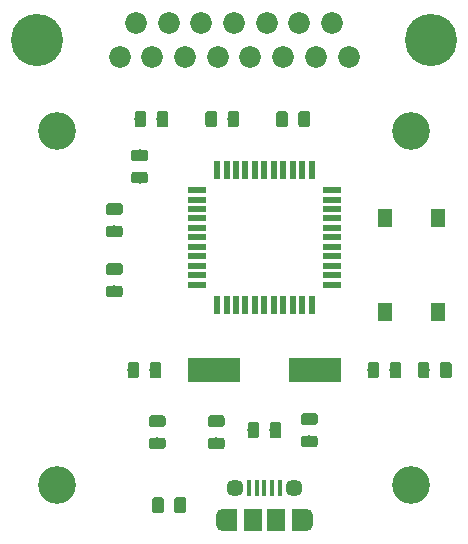
<source format=gbr>
G04 #@! TF.GenerationSoftware,KiCad,Pcbnew,5.1.4+dfsg1-1*
G04 #@! TF.CreationDate,2020-03-04T19:22:20+01:00*
G04 #@! TF.ProjectId,sidewinder-usb,73696465-7769-46e6-9465-722d7573622e,rev?*
G04 #@! TF.SameCoordinates,Original*
G04 #@! TF.FileFunction,Soldermask,Top*
G04 #@! TF.FilePolarity,Negative*
%FSLAX46Y46*%
G04 Gerber Fmt 4.6, Leading zero omitted, Abs format (unit mm)*
G04 Created by KiCad (PCBNEW 5.1.4+dfsg1-1) date 2020-03-04 19:22:20*
%MOMM*%
%LPD*%
G04 APERTURE LIST*
%ADD10C,3.200000*%
%ADD11R,4.500000X2.000000*%
%ADD12R,0.550000X1.500000*%
%ADD13R,1.500000X0.550000*%
%ADD14R,1.300000X1.550000*%
%ADD15C,0.100000*%
%ADD16C,0.975000*%
%ADD17C,1.838200*%
%ADD18C,4.419200*%
%ADD19R,1.200000X1.900000*%
%ADD20O,1.200000X1.900000*%
%ADD21R,1.500000X1.900000*%
%ADD22C,1.450000*%
%ADD23R,0.400000X1.350000*%
G04 APERTURE END LIST*
D10*
X35000000Y35000000D03*
X5000000Y35000000D03*
X5000000Y5000000D03*
X35000000Y5000000D03*
D11*
X26820000Y14750000D03*
X18320000Y14750000D03*
D12*
X18570000Y31700000D03*
X19370000Y31700000D03*
X20170000Y31700000D03*
X20970000Y31700000D03*
X21770000Y31700000D03*
X22570000Y31700000D03*
X23370000Y31700000D03*
X24170000Y31700000D03*
X24970000Y31700000D03*
X25770000Y31700000D03*
X26570000Y31700000D03*
D13*
X28270000Y30000000D03*
X28270000Y29200000D03*
X28270000Y28400000D03*
X28270000Y27600000D03*
X28270000Y26800000D03*
X28270000Y26000000D03*
X28270000Y25200000D03*
X28270000Y24400000D03*
X28270000Y23600000D03*
X28270000Y22800000D03*
X28270000Y22000000D03*
D12*
X26570000Y20300000D03*
X25770000Y20300000D03*
X24970000Y20300000D03*
X24170000Y20300000D03*
X23370000Y20300000D03*
X22570000Y20300000D03*
X21770000Y20300000D03*
X20970000Y20300000D03*
X20170000Y20300000D03*
X19370000Y20300000D03*
X18570000Y20300000D03*
D13*
X16870000Y22000000D03*
X16870000Y22800000D03*
X16870000Y23600000D03*
X16870000Y24400000D03*
X16870000Y25200000D03*
X16870000Y26000000D03*
X16870000Y26800000D03*
X16870000Y27600000D03*
X16870000Y28400000D03*
X16870000Y29200000D03*
X16870000Y30000000D03*
D14*
X32750000Y19665000D03*
X37250000Y19665000D03*
X37250000Y27615000D03*
X32750000Y27615000D03*
D15*
G36*
X18330142Y36698826D02*
G01*
X18353803Y36695316D01*
X18377007Y36689504D01*
X18399529Y36681446D01*
X18421153Y36671218D01*
X18441670Y36658921D01*
X18460883Y36644671D01*
X18478607Y36628607D01*
X18494671Y36610883D01*
X18508921Y36591670D01*
X18521218Y36571153D01*
X18531446Y36549529D01*
X18539504Y36527007D01*
X18545316Y36503803D01*
X18548826Y36480142D01*
X18550000Y36456250D01*
X18550000Y35543750D01*
X18548826Y35519858D01*
X18545316Y35496197D01*
X18539504Y35472993D01*
X18531446Y35450471D01*
X18521218Y35428847D01*
X18508921Y35408330D01*
X18494671Y35389117D01*
X18478607Y35371393D01*
X18460883Y35355329D01*
X18441670Y35341079D01*
X18421153Y35328782D01*
X18399529Y35318554D01*
X18377007Y35310496D01*
X18353803Y35304684D01*
X18330142Y35301174D01*
X18306250Y35300000D01*
X17818750Y35300000D01*
X17794858Y35301174D01*
X17771197Y35304684D01*
X17747993Y35310496D01*
X17725471Y35318554D01*
X17703847Y35328782D01*
X17683330Y35341079D01*
X17664117Y35355329D01*
X17646393Y35371393D01*
X17630329Y35389117D01*
X17616079Y35408330D01*
X17603782Y35428847D01*
X17593554Y35450471D01*
X17585496Y35472993D01*
X17579684Y35496197D01*
X17576174Y35519858D01*
X17575000Y35543750D01*
X17575000Y36456250D01*
X17576174Y36480142D01*
X17579684Y36503803D01*
X17585496Y36527007D01*
X17593554Y36549529D01*
X17603782Y36571153D01*
X17616079Y36591670D01*
X17630329Y36610883D01*
X17646393Y36628607D01*
X17664117Y36644671D01*
X17683330Y36658921D01*
X17703847Y36671218D01*
X17725471Y36681446D01*
X17747993Y36689504D01*
X17771197Y36695316D01*
X17794858Y36698826D01*
X17818750Y36700000D01*
X18306250Y36700000D01*
X18330142Y36698826D01*
X18330142Y36698826D01*
G37*
D16*
X18062500Y36000000D03*
D15*
G36*
X20205142Y36698826D02*
G01*
X20228803Y36695316D01*
X20252007Y36689504D01*
X20274529Y36681446D01*
X20296153Y36671218D01*
X20316670Y36658921D01*
X20335883Y36644671D01*
X20353607Y36628607D01*
X20369671Y36610883D01*
X20383921Y36591670D01*
X20396218Y36571153D01*
X20406446Y36549529D01*
X20414504Y36527007D01*
X20420316Y36503803D01*
X20423826Y36480142D01*
X20425000Y36456250D01*
X20425000Y35543750D01*
X20423826Y35519858D01*
X20420316Y35496197D01*
X20414504Y35472993D01*
X20406446Y35450471D01*
X20396218Y35428847D01*
X20383921Y35408330D01*
X20369671Y35389117D01*
X20353607Y35371393D01*
X20335883Y35355329D01*
X20316670Y35341079D01*
X20296153Y35328782D01*
X20274529Y35318554D01*
X20252007Y35310496D01*
X20228803Y35304684D01*
X20205142Y35301174D01*
X20181250Y35300000D01*
X19693750Y35300000D01*
X19669858Y35301174D01*
X19646197Y35304684D01*
X19622993Y35310496D01*
X19600471Y35318554D01*
X19578847Y35328782D01*
X19558330Y35341079D01*
X19539117Y35355329D01*
X19521393Y35371393D01*
X19505329Y35389117D01*
X19491079Y35408330D01*
X19478782Y35428847D01*
X19468554Y35450471D01*
X19460496Y35472993D01*
X19454684Y35496197D01*
X19451174Y35519858D01*
X19450000Y35543750D01*
X19450000Y36456250D01*
X19451174Y36480142D01*
X19454684Y36503803D01*
X19460496Y36527007D01*
X19468554Y36549529D01*
X19478782Y36571153D01*
X19491079Y36591670D01*
X19505329Y36610883D01*
X19521393Y36628607D01*
X19539117Y36644671D01*
X19558330Y36658921D01*
X19578847Y36671218D01*
X19600471Y36681446D01*
X19622993Y36689504D01*
X19646197Y36695316D01*
X19669858Y36698826D01*
X19693750Y36700000D01*
X20181250Y36700000D01*
X20205142Y36698826D01*
X20205142Y36698826D01*
G37*
D16*
X19937500Y36000000D03*
D15*
G36*
X14205142Y36698826D02*
G01*
X14228803Y36695316D01*
X14252007Y36689504D01*
X14274529Y36681446D01*
X14296153Y36671218D01*
X14316670Y36658921D01*
X14335883Y36644671D01*
X14353607Y36628607D01*
X14369671Y36610883D01*
X14383921Y36591670D01*
X14396218Y36571153D01*
X14406446Y36549529D01*
X14414504Y36527007D01*
X14420316Y36503803D01*
X14423826Y36480142D01*
X14425000Y36456250D01*
X14425000Y35543750D01*
X14423826Y35519858D01*
X14420316Y35496197D01*
X14414504Y35472993D01*
X14406446Y35450471D01*
X14396218Y35428847D01*
X14383921Y35408330D01*
X14369671Y35389117D01*
X14353607Y35371393D01*
X14335883Y35355329D01*
X14316670Y35341079D01*
X14296153Y35328782D01*
X14274529Y35318554D01*
X14252007Y35310496D01*
X14228803Y35304684D01*
X14205142Y35301174D01*
X14181250Y35300000D01*
X13693750Y35300000D01*
X13669858Y35301174D01*
X13646197Y35304684D01*
X13622993Y35310496D01*
X13600471Y35318554D01*
X13578847Y35328782D01*
X13558330Y35341079D01*
X13539117Y35355329D01*
X13521393Y35371393D01*
X13505329Y35389117D01*
X13491079Y35408330D01*
X13478782Y35428847D01*
X13468554Y35450471D01*
X13460496Y35472993D01*
X13454684Y35496197D01*
X13451174Y35519858D01*
X13450000Y35543750D01*
X13450000Y36456250D01*
X13451174Y36480142D01*
X13454684Y36503803D01*
X13460496Y36527007D01*
X13468554Y36549529D01*
X13478782Y36571153D01*
X13491079Y36591670D01*
X13505329Y36610883D01*
X13521393Y36628607D01*
X13539117Y36644671D01*
X13558330Y36658921D01*
X13578847Y36671218D01*
X13600471Y36681446D01*
X13622993Y36689504D01*
X13646197Y36695316D01*
X13669858Y36698826D01*
X13693750Y36700000D01*
X14181250Y36700000D01*
X14205142Y36698826D01*
X14205142Y36698826D01*
G37*
D16*
X13937500Y36000000D03*
D15*
G36*
X12330142Y36698826D02*
G01*
X12353803Y36695316D01*
X12377007Y36689504D01*
X12399529Y36681446D01*
X12421153Y36671218D01*
X12441670Y36658921D01*
X12460883Y36644671D01*
X12478607Y36628607D01*
X12494671Y36610883D01*
X12508921Y36591670D01*
X12521218Y36571153D01*
X12531446Y36549529D01*
X12539504Y36527007D01*
X12545316Y36503803D01*
X12548826Y36480142D01*
X12550000Y36456250D01*
X12550000Y35543750D01*
X12548826Y35519858D01*
X12545316Y35496197D01*
X12539504Y35472993D01*
X12531446Y35450471D01*
X12521218Y35428847D01*
X12508921Y35408330D01*
X12494671Y35389117D01*
X12478607Y35371393D01*
X12460883Y35355329D01*
X12441670Y35341079D01*
X12421153Y35328782D01*
X12399529Y35318554D01*
X12377007Y35310496D01*
X12353803Y35304684D01*
X12330142Y35301174D01*
X12306250Y35300000D01*
X11818750Y35300000D01*
X11794858Y35301174D01*
X11771197Y35304684D01*
X11747993Y35310496D01*
X11725471Y35318554D01*
X11703847Y35328782D01*
X11683330Y35341079D01*
X11664117Y35355329D01*
X11646393Y35371393D01*
X11630329Y35389117D01*
X11616079Y35408330D01*
X11603782Y35428847D01*
X11593554Y35450471D01*
X11585496Y35472993D01*
X11579684Y35496197D01*
X11576174Y35519858D01*
X11575000Y35543750D01*
X11575000Y36456250D01*
X11576174Y36480142D01*
X11579684Y36503803D01*
X11585496Y36527007D01*
X11593554Y36549529D01*
X11603782Y36571153D01*
X11616079Y36591670D01*
X11630329Y36610883D01*
X11646393Y36628607D01*
X11664117Y36644671D01*
X11683330Y36658921D01*
X11703847Y36671218D01*
X11725471Y36681446D01*
X11747993Y36689504D01*
X11771197Y36695316D01*
X11794858Y36698826D01*
X11818750Y36700000D01*
X12306250Y36700000D01*
X12330142Y36698826D01*
X12330142Y36698826D01*
G37*
D16*
X12062500Y36000000D03*
D15*
G36*
X38205142Y15448826D02*
G01*
X38228803Y15445316D01*
X38252007Y15439504D01*
X38274529Y15431446D01*
X38296153Y15421218D01*
X38316670Y15408921D01*
X38335883Y15394671D01*
X38353607Y15378607D01*
X38369671Y15360883D01*
X38383921Y15341670D01*
X38396218Y15321153D01*
X38406446Y15299529D01*
X38414504Y15277007D01*
X38420316Y15253803D01*
X38423826Y15230142D01*
X38425000Y15206250D01*
X38425000Y14293750D01*
X38423826Y14269858D01*
X38420316Y14246197D01*
X38414504Y14222993D01*
X38406446Y14200471D01*
X38396218Y14178847D01*
X38383921Y14158330D01*
X38369671Y14139117D01*
X38353607Y14121393D01*
X38335883Y14105329D01*
X38316670Y14091079D01*
X38296153Y14078782D01*
X38274529Y14068554D01*
X38252007Y14060496D01*
X38228803Y14054684D01*
X38205142Y14051174D01*
X38181250Y14050000D01*
X37693750Y14050000D01*
X37669858Y14051174D01*
X37646197Y14054684D01*
X37622993Y14060496D01*
X37600471Y14068554D01*
X37578847Y14078782D01*
X37558330Y14091079D01*
X37539117Y14105329D01*
X37521393Y14121393D01*
X37505329Y14139117D01*
X37491079Y14158330D01*
X37478782Y14178847D01*
X37468554Y14200471D01*
X37460496Y14222993D01*
X37454684Y14246197D01*
X37451174Y14269858D01*
X37450000Y14293750D01*
X37450000Y15206250D01*
X37451174Y15230142D01*
X37454684Y15253803D01*
X37460496Y15277007D01*
X37468554Y15299529D01*
X37478782Y15321153D01*
X37491079Y15341670D01*
X37505329Y15360883D01*
X37521393Y15378607D01*
X37539117Y15394671D01*
X37558330Y15408921D01*
X37578847Y15421218D01*
X37600471Y15431446D01*
X37622993Y15439504D01*
X37646197Y15445316D01*
X37669858Y15448826D01*
X37693750Y15450000D01*
X38181250Y15450000D01*
X38205142Y15448826D01*
X38205142Y15448826D01*
G37*
D16*
X37937500Y14750000D03*
D15*
G36*
X36330142Y15448826D02*
G01*
X36353803Y15445316D01*
X36377007Y15439504D01*
X36399529Y15431446D01*
X36421153Y15421218D01*
X36441670Y15408921D01*
X36460883Y15394671D01*
X36478607Y15378607D01*
X36494671Y15360883D01*
X36508921Y15341670D01*
X36521218Y15321153D01*
X36531446Y15299529D01*
X36539504Y15277007D01*
X36545316Y15253803D01*
X36548826Y15230142D01*
X36550000Y15206250D01*
X36550000Y14293750D01*
X36548826Y14269858D01*
X36545316Y14246197D01*
X36539504Y14222993D01*
X36531446Y14200471D01*
X36521218Y14178847D01*
X36508921Y14158330D01*
X36494671Y14139117D01*
X36478607Y14121393D01*
X36460883Y14105329D01*
X36441670Y14091079D01*
X36421153Y14078782D01*
X36399529Y14068554D01*
X36377007Y14060496D01*
X36353803Y14054684D01*
X36330142Y14051174D01*
X36306250Y14050000D01*
X35818750Y14050000D01*
X35794858Y14051174D01*
X35771197Y14054684D01*
X35747993Y14060496D01*
X35725471Y14068554D01*
X35703847Y14078782D01*
X35683330Y14091079D01*
X35664117Y14105329D01*
X35646393Y14121393D01*
X35630329Y14139117D01*
X35616079Y14158330D01*
X35603782Y14178847D01*
X35593554Y14200471D01*
X35585496Y14222993D01*
X35579684Y14246197D01*
X35576174Y14269858D01*
X35575000Y14293750D01*
X35575000Y15206250D01*
X35576174Y15230142D01*
X35579684Y15253803D01*
X35585496Y15277007D01*
X35593554Y15299529D01*
X35603782Y15321153D01*
X35616079Y15341670D01*
X35630329Y15360883D01*
X35646393Y15378607D01*
X35664117Y15394671D01*
X35683330Y15408921D01*
X35703847Y15421218D01*
X35725471Y15431446D01*
X35747993Y15439504D01*
X35771197Y15445316D01*
X35794858Y15448826D01*
X35818750Y15450000D01*
X36306250Y15450000D01*
X36330142Y15448826D01*
X36330142Y15448826D01*
G37*
D16*
X36062500Y14750000D03*
D15*
G36*
X21900142Y10368826D02*
G01*
X21923803Y10365316D01*
X21947007Y10359504D01*
X21969529Y10351446D01*
X21991153Y10341218D01*
X22011670Y10328921D01*
X22030883Y10314671D01*
X22048607Y10298607D01*
X22064671Y10280883D01*
X22078921Y10261670D01*
X22091218Y10241153D01*
X22101446Y10219529D01*
X22109504Y10197007D01*
X22115316Y10173803D01*
X22118826Y10150142D01*
X22120000Y10126250D01*
X22120000Y9213750D01*
X22118826Y9189858D01*
X22115316Y9166197D01*
X22109504Y9142993D01*
X22101446Y9120471D01*
X22091218Y9098847D01*
X22078921Y9078330D01*
X22064671Y9059117D01*
X22048607Y9041393D01*
X22030883Y9025329D01*
X22011670Y9011079D01*
X21991153Y8998782D01*
X21969529Y8988554D01*
X21947007Y8980496D01*
X21923803Y8974684D01*
X21900142Y8971174D01*
X21876250Y8970000D01*
X21388750Y8970000D01*
X21364858Y8971174D01*
X21341197Y8974684D01*
X21317993Y8980496D01*
X21295471Y8988554D01*
X21273847Y8998782D01*
X21253330Y9011079D01*
X21234117Y9025329D01*
X21216393Y9041393D01*
X21200329Y9059117D01*
X21186079Y9078330D01*
X21173782Y9098847D01*
X21163554Y9120471D01*
X21155496Y9142993D01*
X21149684Y9166197D01*
X21146174Y9189858D01*
X21145000Y9213750D01*
X21145000Y10126250D01*
X21146174Y10150142D01*
X21149684Y10173803D01*
X21155496Y10197007D01*
X21163554Y10219529D01*
X21173782Y10241153D01*
X21186079Y10261670D01*
X21200329Y10280883D01*
X21216393Y10298607D01*
X21234117Y10314671D01*
X21253330Y10328921D01*
X21273847Y10341218D01*
X21295471Y10351446D01*
X21317993Y10359504D01*
X21341197Y10365316D01*
X21364858Y10368826D01*
X21388750Y10370000D01*
X21876250Y10370000D01*
X21900142Y10368826D01*
X21900142Y10368826D01*
G37*
D16*
X21632500Y9670000D03*
D15*
G36*
X23775142Y10368826D02*
G01*
X23798803Y10365316D01*
X23822007Y10359504D01*
X23844529Y10351446D01*
X23866153Y10341218D01*
X23886670Y10328921D01*
X23905883Y10314671D01*
X23923607Y10298607D01*
X23939671Y10280883D01*
X23953921Y10261670D01*
X23966218Y10241153D01*
X23976446Y10219529D01*
X23984504Y10197007D01*
X23990316Y10173803D01*
X23993826Y10150142D01*
X23995000Y10126250D01*
X23995000Y9213750D01*
X23993826Y9189858D01*
X23990316Y9166197D01*
X23984504Y9142993D01*
X23976446Y9120471D01*
X23966218Y9098847D01*
X23953921Y9078330D01*
X23939671Y9059117D01*
X23923607Y9041393D01*
X23905883Y9025329D01*
X23886670Y9011079D01*
X23866153Y8998782D01*
X23844529Y8988554D01*
X23822007Y8980496D01*
X23798803Y8974684D01*
X23775142Y8971174D01*
X23751250Y8970000D01*
X23263750Y8970000D01*
X23239858Y8971174D01*
X23216197Y8974684D01*
X23192993Y8980496D01*
X23170471Y8988554D01*
X23148847Y8998782D01*
X23128330Y9011079D01*
X23109117Y9025329D01*
X23091393Y9041393D01*
X23075329Y9059117D01*
X23061079Y9078330D01*
X23048782Y9098847D01*
X23038554Y9120471D01*
X23030496Y9142993D01*
X23024684Y9166197D01*
X23021174Y9189858D01*
X23020000Y9213750D01*
X23020000Y10126250D01*
X23021174Y10150142D01*
X23024684Y10173803D01*
X23030496Y10197007D01*
X23038554Y10219529D01*
X23048782Y10241153D01*
X23061079Y10261670D01*
X23075329Y10280883D01*
X23091393Y10298607D01*
X23109117Y10314671D01*
X23128330Y10328921D01*
X23148847Y10341218D01*
X23170471Y10351446D01*
X23192993Y10359504D01*
X23216197Y10365316D01*
X23239858Y10368826D01*
X23263750Y10370000D01*
X23751250Y10370000D01*
X23775142Y10368826D01*
X23775142Y10368826D01*
G37*
D16*
X23507500Y9670000D03*
D15*
G36*
X18980142Y9048826D02*
G01*
X19003803Y9045316D01*
X19027007Y9039504D01*
X19049529Y9031446D01*
X19071153Y9021218D01*
X19091670Y9008921D01*
X19110883Y8994671D01*
X19128607Y8978607D01*
X19144671Y8960883D01*
X19158921Y8941670D01*
X19171218Y8921153D01*
X19181446Y8899529D01*
X19189504Y8877007D01*
X19195316Y8853803D01*
X19198826Y8830142D01*
X19200000Y8806250D01*
X19200000Y8318750D01*
X19198826Y8294858D01*
X19195316Y8271197D01*
X19189504Y8247993D01*
X19181446Y8225471D01*
X19171218Y8203847D01*
X19158921Y8183330D01*
X19144671Y8164117D01*
X19128607Y8146393D01*
X19110883Y8130329D01*
X19091670Y8116079D01*
X19071153Y8103782D01*
X19049529Y8093554D01*
X19027007Y8085496D01*
X19003803Y8079684D01*
X18980142Y8076174D01*
X18956250Y8075000D01*
X18043750Y8075000D01*
X18019858Y8076174D01*
X17996197Y8079684D01*
X17972993Y8085496D01*
X17950471Y8093554D01*
X17928847Y8103782D01*
X17908330Y8116079D01*
X17889117Y8130329D01*
X17871393Y8146393D01*
X17855329Y8164117D01*
X17841079Y8183330D01*
X17828782Y8203847D01*
X17818554Y8225471D01*
X17810496Y8247993D01*
X17804684Y8271197D01*
X17801174Y8294858D01*
X17800000Y8318750D01*
X17800000Y8806250D01*
X17801174Y8830142D01*
X17804684Y8853803D01*
X17810496Y8877007D01*
X17818554Y8899529D01*
X17828782Y8921153D01*
X17841079Y8941670D01*
X17855329Y8960883D01*
X17871393Y8978607D01*
X17889117Y8994671D01*
X17908330Y9008921D01*
X17928847Y9021218D01*
X17950471Y9031446D01*
X17972993Y9039504D01*
X17996197Y9045316D01*
X18019858Y9048826D01*
X18043750Y9050000D01*
X18956250Y9050000D01*
X18980142Y9048826D01*
X18980142Y9048826D01*
G37*
D16*
X18500000Y8562500D03*
D15*
G36*
X18980142Y10923826D02*
G01*
X19003803Y10920316D01*
X19027007Y10914504D01*
X19049529Y10906446D01*
X19071153Y10896218D01*
X19091670Y10883921D01*
X19110883Y10869671D01*
X19128607Y10853607D01*
X19144671Y10835883D01*
X19158921Y10816670D01*
X19171218Y10796153D01*
X19181446Y10774529D01*
X19189504Y10752007D01*
X19195316Y10728803D01*
X19198826Y10705142D01*
X19200000Y10681250D01*
X19200000Y10193750D01*
X19198826Y10169858D01*
X19195316Y10146197D01*
X19189504Y10122993D01*
X19181446Y10100471D01*
X19171218Y10078847D01*
X19158921Y10058330D01*
X19144671Y10039117D01*
X19128607Y10021393D01*
X19110883Y10005329D01*
X19091670Y9991079D01*
X19071153Y9978782D01*
X19049529Y9968554D01*
X19027007Y9960496D01*
X19003803Y9954684D01*
X18980142Y9951174D01*
X18956250Y9950000D01*
X18043750Y9950000D01*
X18019858Y9951174D01*
X17996197Y9954684D01*
X17972993Y9960496D01*
X17950471Y9968554D01*
X17928847Y9978782D01*
X17908330Y9991079D01*
X17889117Y10005329D01*
X17871393Y10021393D01*
X17855329Y10039117D01*
X17841079Y10058330D01*
X17828782Y10078847D01*
X17818554Y10100471D01*
X17810496Y10122993D01*
X17804684Y10146197D01*
X17801174Y10169858D01*
X17800000Y10193750D01*
X17800000Y10681250D01*
X17801174Y10705142D01*
X17804684Y10728803D01*
X17810496Y10752007D01*
X17818554Y10774529D01*
X17828782Y10796153D01*
X17841079Y10816670D01*
X17855329Y10835883D01*
X17871393Y10853607D01*
X17889117Y10869671D01*
X17908330Y10883921D01*
X17928847Y10896218D01*
X17950471Y10906446D01*
X17972993Y10914504D01*
X17996197Y10920316D01*
X18019858Y10923826D01*
X18043750Y10925000D01*
X18956250Y10925000D01*
X18980142Y10923826D01*
X18980142Y10923826D01*
G37*
D16*
X18500000Y10437500D03*
D15*
G36*
X26860142Y9218826D02*
G01*
X26883803Y9215316D01*
X26907007Y9209504D01*
X26929529Y9201446D01*
X26951153Y9191218D01*
X26971670Y9178921D01*
X26990883Y9164671D01*
X27008607Y9148607D01*
X27024671Y9130883D01*
X27038921Y9111670D01*
X27051218Y9091153D01*
X27061446Y9069529D01*
X27069504Y9047007D01*
X27075316Y9023803D01*
X27078826Y9000142D01*
X27080000Y8976250D01*
X27080000Y8488750D01*
X27078826Y8464858D01*
X27075316Y8441197D01*
X27069504Y8417993D01*
X27061446Y8395471D01*
X27051218Y8373847D01*
X27038921Y8353330D01*
X27024671Y8334117D01*
X27008607Y8316393D01*
X26990883Y8300329D01*
X26971670Y8286079D01*
X26951153Y8273782D01*
X26929529Y8263554D01*
X26907007Y8255496D01*
X26883803Y8249684D01*
X26860142Y8246174D01*
X26836250Y8245000D01*
X25923750Y8245000D01*
X25899858Y8246174D01*
X25876197Y8249684D01*
X25852993Y8255496D01*
X25830471Y8263554D01*
X25808847Y8273782D01*
X25788330Y8286079D01*
X25769117Y8300329D01*
X25751393Y8316393D01*
X25735329Y8334117D01*
X25721079Y8353330D01*
X25708782Y8373847D01*
X25698554Y8395471D01*
X25690496Y8417993D01*
X25684684Y8441197D01*
X25681174Y8464858D01*
X25680000Y8488750D01*
X25680000Y8976250D01*
X25681174Y9000142D01*
X25684684Y9023803D01*
X25690496Y9047007D01*
X25698554Y9069529D01*
X25708782Y9091153D01*
X25721079Y9111670D01*
X25735329Y9130883D01*
X25751393Y9148607D01*
X25769117Y9164671D01*
X25788330Y9178921D01*
X25808847Y9191218D01*
X25830471Y9201446D01*
X25852993Y9209504D01*
X25876197Y9215316D01*
X25899858Y9218826D01*
X25923750Y9220000D01*
X26836250Y9220000D01*
X26860142Y9218826D01*
X26860142Y9218826D01*
G37*
D16*
X26380000Y8732500D03*
D15*
G36*
X26860142Y11093826D02*
G01*
X26883803Y11090316D01*
X26907007Y11084504D01*
X26929529Y11076446D01*
X26951153Y11066218D01*
X26971670Y11053921D01*
X26990883Y11039671D01*
X27008607Y11023607D01*
X27024671Y11005883D01*
X27038921Y10986670D01*
X27051218Y10966153D01*
X27061446Y10944529D01*
X27069504Y10922007D01*
X27075316Y10898803D01*
X27078826Y10875142D01*
X27080000Y10851250D01*
X27080000Y10363750D01*
X27078826Y10339858D01*
X27075316Y10316197D01*
X27069504Y10292993D01*
X27061446Y10270471D01*
X27051218Y10248847D01*
X27038921Y10228330D01*
X27024671Y10209117D01*
X27008607Y10191393D01*
X26990883Y10175329D01*
X26971670Y10161079D01*
X26951153Y10148782D01*
X26929529Y10138554D01*
X26907007Y10130496D01*
X26883803Y10124684D01*
X26860142Y10121174D01*
X26836250Y10120000D01*
X25923750Y10120000D01*
X25899858Y10121174D01*
X25876197Y10124684D01*
X25852993Y10130496D01*
X25830471Y10138554D01*
X25808847Y10148782D01*
X25788330Y10161079D01*
X25769117Y10175329D01*
X25751393Y10191393D01*
X25735329Y10209117D01*
X25721079Y10228330D01*
X25708782Y10248847D01*
X25698554Y10270471D01*
X25690496Y10292993D01*
X25684684Y10316197D01*
X25681174Y10339858D01*
X25680000Y10363750D01*
X25680000Y10851250D01*
X25681174Y10875142D01*
X25684684Y10898803D01*
X25690496Y10922007D01*
X25698554Y10944529D01*
X25708782Y10966153D01*
X25721079Y10986670D01*
X25735329Y11005883D01*
X25751393Y11023607D01*
X25769117Y11039671D01*
X25788330Y11053921D01*
X25808847Y11066218D01*
X25830471Y11076446D01*
X25852993Y11084504D01*
X25876197Y11090316D01*
X25899858Y11093826D01*
X25923750Y11095000D01*
X26836250Y11095000D01*
X26860142Y11093826D01*
X26860142Y11093826D01*
G37*
D16*
X26380000Y10607500D03*
D17*
X11690000Y44105000D03*
X14460000Y44105000D03*
X17230000Y44105000D03*
X28310000Y44105000D03*
X25540000Y44105000D03*
X22770000Y44105000D03*
X20000000Y44105000D03*
X29695000Y41265000D03*
X10305000Y41265000D03*
X13075000Y41265000D03*
X15845000Y41265000D03*
X26925000Y41265000D03*
X24155000Y41265000D03*
X21385000Y41265000D03*
X18615000Y41265000D03*
D18*
X3340000Y42685000D03*
X36660000Y42685000D03*
D19*
X19670000Y2082500D03*
X25470000Y2082500D03*
D20*
X26070000Y2082500D03*
X19070000Y2082500D03*
D21*
X21570000Y2082500D03*
D22*
X25070000Y4782500D03*
D23*
X22570000Y4782500D03*
X23220000Y4782500D03*
X23870000Y4782500D03*
X21270000Y4782500D03*
X21920000Y4782500D03*
D22*
X20070000Y4782500D03*
D21*
X23570000Y2082500D03*
D15*
G36*
X13830142Y4018826D02*
G01*
X13853803Y4015316D01*
X13877007Y4009504D01*
X13899529Y4001446D01*
X13921153Y3991218D01*
X13941670Y3978921D01*
X13960883Y3964671D01*
X13978607Y3948607D01*
X13994671Y3930883D01*
X14008921Y3911670D01*
X14021218Y3891153D01*
X14031446Y3869529D01*
X14039504Y3847007D01*
X14045316Y3823803D01*
X14048826Y3800142D01*
X14050000Y3776250D01*
X14050000Y2863750D01*
X14048826Y2839858D01*
X14045316Y2816197D01*
X14039504Y2792993D01*
X14031446Y2770471D01*
X14021218Y2748847D01*
X14008921Y2728330D01*
X13994671Y2709117D01*
X13978607Y2691393D01*
X13960883Y2675329D01*
X13941670Y2661079D01*
X13921153Y2648782D01*
X13899529Y2638554D01*
X13877007Y2630496D01*
X13853803Y2624684D01*
X13830142Y2621174D01*
X13806250Y2620000D01*
X13318750Y2620000D01*
X13294858Y2621174D01*
X13271197Y2624684D01*
X13247993Y2630496D01*
X13225471Y2638554D01*
X13203847Y2648782D01*
X13183330Y2661079D01*
X13164117Y2675329D01*
X13146393Y2691393D01*
X13130329Y2709117D01*
X13116079Y2728330D01*
X13103782Y2748847D01*
X13093554Y2770471D01*
X13085496Y2792993D01*
X13079684Y2816197D01*
X13076174Y2839858D01*
X13075000Y2863750D01*
X13075000Y3776250D01*
X13076174Y3800142D01*
X13079684Y3823803D01*
X13085496Y3847007D01*
X13093554Y3869529D01*
X13103782Y3891153D01*
X13116079Y3911670D01*
X13130329Y3930883D01*
X13146393Y3948607D01*
X13164117Y3964671D01*
X13183330Y3978921D01*
X13203847Y3991218D01*
X13225471Y4001446D01*
X13247993Y4009504D01*
X13271197Y4015316D01*
X13294858Y4018826D01*
X13318750Y4020000D01*
X13806250Y4020000D01*
X13830142Y4018826D01*
X13830142Y4018826D01*
G37*
D16*
X13562500Y3320000D03*
D15*
G36*
X15705142Y4018826D02*
G01*
X15728803Y4015316D01*
X15752007Y4009504D01*
X15774529Y4001446D01*
X15796153Y3991218D01*
X15816670Y3978921D01*
X15835883Y3964671D01*
X15853607Y3948607D01*
X15869671Y3930883D01*
X15883921Y3911670D01*
X15896218Y3891153D01*
X15906446Y3869529D01*
X15914504Y3847007D01*
X15920316Y3823803D01*
X15923826Y3800142D01*
X15925000Y3776250D01*
X15925000Y2863750D01*
X15923826Y2839858D01*
X15920316Y2816197D01*
X15914504Y2792993D01*
X15906446Y2770471D01*
X15896218Y2748847D01*
X15883921Y2728330D01*
X15869671Y2709117D01*
X15853607Y2691393D01*
X15835883Y2675329D01*
X15816670Y2661079D01*
X15796153Y2648782D01*
X15774529Y2638554D01*
X15752007Y2630496D01*
X15728803Y2624684D01*
X15705142Y2621174D01*
X15681250Y2620000D01*
X15193750Y2620000D01*
X15169858Y2621174D01*
X15146197Y2624684D01*
X15122993Y2630496D01*
X15100471Y2638554D01*
X15078847Y2648782D01*
X15058330Y2661079D01*
X15039117Y2675329D01*
X15021393Y2691393D01*
X15005329Y2709117D01*
X14991079Y2728330D01*
X14978782Y2748847D01*
X14968554Y2770471D01*
X14960496Y2792993D01*
X14954684Y2816197D01*
X14951174Y2839858D01*
X14950000Y2863750D01*
X14950000Y3776250D01*
X14951174Y3800142D01*
X14954684Y3823803D01*
X14960496Y3847007D01*
X14968554Y3869529D01*
X14978782Y3891153D01*
X14991079Y3911670D01*
X15005329Y3930883D01*
X15021393Y3948607D01*
X15039117Y3964671D01*
X15058330Y3978921D01*
X15078847Y3991218D01*
X15100471Y4001446D01*
X15122993Y4009504D01*
X15146197Y4015316D01*
X15169858Y4018826D01*
X15193750Y4020000D01*
X15681250Y4020000D01*
X15705142Y4018826D01*
X15705142Y4018826D01*
G37*
D16*
X15437500Y3320000D03*
D15*
G36*
X26205142Y36698826D02*
G01*
X26228803Y36695316D01*
X26252007Y36689504D01*
X26274529Y36681446D01*
X26296153Y36671218D01*
X26316670Y36658921D01*
X26335883Y36644671D01*
X26353607Y36628607D01*
X26369671Y36610883D01*
X26383921Y36591670D01*
X26396218Y36571153D01*
X26406446Y36549529D01*
X26414504Y36527007D01*
X26420316Y36503803D01*
X26423826Y36480142D01*
X26425000Y36456250D01*
X26425000Y35543750D01*
X26423826Y35519858D01*
X26420316Y35496197D01*
X26414504Y35472993D01*
X26406446Y35450471D01*
X26396218Y35428847D01*
X26383921Y35408330D01*
X26369671Y35389117D01*
X26353607Y35371393D01*
X26335883Y35355329D01*
X26316670Y35341079D01*
X26296153Y35328782D01*
X26274529Y35318554D01*
X26252007Y35310496D01*
X26228803Y35304684D01*
X26205142Y35301174D01*
X26181250Y35300000D01*
X25693750Y35300000D01*
X25669858Y35301174D01*
X25646197Y35304684D01*
X25622993Y35310496D01*
X25600471Y35318554D01*
X25578847Y35328782D01*
X25558330Y35341079D01*
X25539117Y35355329D01*
X25521393Y35371393D01*
X25505329Y35389117D01*
X25491079Y35408330D01*
X25478782Y35428847D01*
X25468554Y35450471D01*
X25460496Y35472993D01*
X25454684Y35496197D01*
X25451174Y35519858D01*
X25450000Y35543750D01*
X25450000Y36456250D01*
X25451174Y36480142D01*
X25454684Y36503803D01*
X25460496Y36527007D01*
X25468554Y36549529D01*
X25478782Y36571153D01*
X25491079Y36591670D01*
X25505329Y36610883D01*
X25521393Y36628607D01*
X25539117Y36644671D01*
X25558330Y36658921D01*
X25578847Y36671218D01*
X25600471Y36681446D01*
X25622993Y36689504D01*
X25646197Y36695316D01*
X25669858Y36698826D01*
X25693750Y36700000D01*
X26181250Y36700000D01*
X26205142Y36698826D01*
X26205142Y36698826D01*
G37*
D16*
X25937500Y36000000D03*
D15*
G36*
X24330142Y36698826D02*
G01*
X24353803Y36695316D01*
X24377007Y36689504D01*
X24399529Y36681446D01*
X24421153Y36671218D01*
X24441670Y36658921D01*
X24460883Y36644671D01*
X24478607Y36628607D01*
X24494671Y36610883D01*
X24508921Y36591670D01*
X24521218Y36571153D01*
X24531446Y36549529D01*
X24539504Y36527007D01*
X24545316Y36503803D01*
X24548826Y36480142D01*
X24550000Y36456250D01*
X24550000Y35543750D01*
X24548826Y35519858D01*
X24545316Y35496197D01*
X24539504Y35472993D01*
X24531446Y35450471D01*
X24521218Y35428847D01*
X24508921Y35408330D01*
X24494671Y35389117D01*
X24478607Y35371393D01*
X24460883Y35355329D01*
X24441670Y35341079D01*
X24421153Y35328782D01*
X24399529Y35318554D01*
X24377007Y35310496D01*
X24353803Y35304684D01*
X24330142Y35301174D01*
X24306250Y35300000D01*
X23818750Y35300000D01*
X23794858Y35301174D01*
X23771197Y35304684D01*
X23747993Y35310496D01*
X23725471Y35318554D01*
X23703847Y35328782D01*
X23683330Y35341079D01*
X23664117Y35355329D01*
X23646393Y35371393D01*
X23630329Y35389117D01*
X23616079Y35408330D01*
X23603782Y35428847D01*
X23593554Y35450471D01*
X23585496Y35472993D01*
X23579684Y35496197D01*
X23576174Y35519858D01*
X23575000Y35543750D01*
X23575000Y36456250D01*
X23576174Y36480142D01*
X23579684Y36503803D01*
X23585496Y36527007D01*
X23593554Y36549529D01*
X23603782Y36571153D01*
X23616079Y36591670D01*
X23630329Y36610883D01*
X23646393Y36628607D01*
X23664117Y36644671D01*
X23683330Y36658921D01*
X23703847Y36671218D01*
X23725471Y36681446D01*
X23747993Y36689504D01*
X23771197Y36695316D01*
X23794858Y36698826D01*
X23818750Y36700000D01*
X24306250Y36700000D01*
X24330142Y36698826D01*
X24330142Y36698826D01*
G37*
D16*
X24062500Y36000000D03*
D15*
G36*
X12480142Y31548826D02*
G01*
X12503803Y31545316D01*
X12527007Y31539504D01*
X12549529Y31531446D01*
X12571153Y31521218D01*
X12591670Y31508921D01*
X12610883Y31494671D01*
X12628607Y31478607D01*
X12644671Y31460883D01*
X12658921Y31441670D01*
X12671218Y31421153D01*
X12681446Y31399529D01*
X12689504Y31377007D01*
X12695316Y31353803D01*
X12698826Y31330142D01*
X12700000Y31306250D01*
X12700000Y30818750D01*
X12698826Y30794858D01*
X12695316Y30771197D01*
X12689504Y30747993D01*
X12681446Y30725471D01*
X12671218Y30703847D01*
X12658921Y30683330D01*
X12644671Y30664117D01*
X12628607Y30646393D01*
X12610883Y30630329D01*
X12591670Y30616079D01*
X12571153Y30603782D01*
X12549529Y30593554D01*
X12527007Y30585496D01*
X12503803Y30579684D01*
X12480142Y30576174D01*
X12456250Y30575000D01*
X11543750Y30575000D01*
X11519858Y30576174D01*
X11496197Y30579684D01*
X11472993Y30585496D01*
X11450471Y30593554D01*
X11428847Y30603782D01*
X11408330Y30616079D01*
X11389117Y30630329D01*
X11371393Y30646393D01*
X11355329Y30664117D01*
X11341079Y30683330D01*
X11328782Y30703847D01*
X11318554Y30725471D01*
X11310496Y30747993D01*
X11304684Y30771197D01*
X11301174Y30794858D01*
X11300000Y30818750D01*
X11300000Y31306250D01*
X11301174Y31330142D01*
X11304684Y31353803D01*
X11310496Y31377007D01*
X11318554Y31399529D01*
X11328782Y31421153D01*
X11341079Y31441670D01*
X11355329Y31460883D01*
X11371393Y31478607D01*
X11389117Y31494671D01*
X11408330Y31508921D01*
X11428847Y31521218D01*
X11450471Y31531446D01*
X11472993Y31539504D01*
X11496197Y31545316D01*
X11519858Y31548826D01*
X11543750Y31550000D01*
X12456250Y31550000D01*
X12480142Y31548826D01*
X12480142Y31548826D01*
G37*
D16*
X12000000Y31062500D03*
D15*
G36*
X12480142Y33423826D02*
G01*
X12503803Y33420316D01*
X12527007Y33414504D01*
X12549529Y33406446D01*
X12571153Y33396218D01*
X12591670Y33383921D01*
X12610883Y33369671D01*
X12628607Y33353607D01*
X12644671Y33335883D01*
X12658921Y33316670D01*
X12671218Y33296153D01*
X12681446Y33274529D01*
X12689504Y33252007D01*
X12695316Y33228803D01*
X12698826Y33205142D01*
X12700000Y33181250D01*
X12700000Y32693750D01*
X12698826Y32669858D01*
X12695316Y32646197D01*
X12689504Y32622993D01*
X12681446Y32600471D01*
X12671218Y32578847D01*
X12658921Y32558330D01*
X12644671Y32539117D01*
X12628607Y32521393D01*
X12610883Y32505329D01*
X12591670Y32491079D01*
X12571153Y32478782D01*
X12549529Y32468554D01*
X12527007Y32460496D01*
X12503803Y32454684D01*
X12480142Y32451174D01*
X12456250Y32450000D01*
X11543750Y32450000D01*
X11519858Y32451174D01*
X11496197Y32454684D01*
X11472993Y32460496D01*
X11450471Y32468554D01*
X11428847Y32478782D01*
X11408330Y32491079D01*
X11389117Y32505329D01*
X11371393Y32521393D01*
X11355329Y32539117D01*
X11341079Y32558330D01*
X11328782Y32578847D01*
X11318554Y32600471D01*
X11310496Y32622993D01*
X11304684Y32646197D01*
X11301174Y32669858D01*
X11300000Y32693750D01*
X11300000Y33181250D01*
X11301174Y33205142D01*
X11304684Y33228803D01*
X11310496Y33252007D01*
X11318554Y33274529D01*
X11328782Y33296153D01*
X11341079Y33316670D01*
X11355329Y33335883D01*
X11371393Y33353607D01*
X11389117Y33369671D01*
X11408330Y33383921D01*
X11428847Y33396218D01*
X11450471Y33406446D01*
X11472993Y33414504D01*
X11496197Y33420316D01*
X11519858Y33423826D01*
X11543750Y33425000D01*
X12456250Y33425000D01*
X12480142Y33423826D01*
X12480142Y33423826D01*
G37*
D16*
X12000000Y32937500D03*
D15*
G36*
X10350142Y28873826D02*
G01*
X10373803Y28870316D01*
X10397007Y28864504D01*
X10419529Y28856446D01*
X10441153Y28846218D01*
X10461670Y28833921D01*
X10480883Y28819671D01*
X10498607Y28803607D01*
X10514671Y28785883D01*
X10528921Y28766670D01*
X10541218Y28746153D01*
X10551446Y28724529D01*
X10559504Y28702007D01*
X10565316Y28678803D01*
X10568826Y28655142D01*
X10570000Y28631250D01*
X10570000Y28143750D01*
X10568826Y28119858D01*
X10565316Y28096197D01*
X10559504Y28072993D01*
X10551446Y28050471D01*
X10541218Y28028847D01*
X10528921Y28008330D01*
X10514671Y27989117D01*
X10498607Y27971393D01*
X10480883Y27955329D01*
X10461670Y27941079D01*
X10441153Y27928782D01*
X10419529Y27918554D01*
X10397007Y27910496D01*
X10373803Y27904684D01*
X10350142Y27901174D01*
X10326250Y27900000D01*
X9413750Y27900000D01*
X9389858Y27901174D01*
X9366197Y27904684D01*
X9342993Y27910496D01*
X9320471Y27918554D01*
X9298847Y27928782D01*
X9278330Y27941079D01*
X9259117Y27955329D01*
X9241393Y27971393D01*
X9225329Y27989117D01*
X9211079Y28008330D01*
X9198782Y28028847D01*
X9188554Y28050471D01*
X9180496Y28072993D01*
X9174684Y28096197D01*
X9171174Y28119858D01*
X9170000Y28143750D01*
X9170000Y28631250D01*
X9171174Y28655142D01*
X9174684Y28678803D01*
X9180496Y28702007D01*
X9188554Y28724529D01*
X9198782Y28746153D01*
X9211079Y28766670D01*
X9225329Y28785883D01*
X9241393Y28803607D01*
X9259117Y28819671D01*
X9278330Y28833921D01*
X9298847Y28846218D01*
X9320471Y28856446D01*
X9342993Y28864504D01*
X9366197Y28870316D01*
X9389858Y28873826D01*
X9413750Y28875000D01*
X10326250Y28875000D01*
X10350142Y28873826D01*
X10350142Y28873826D01*
G37*
D16*
X9870000Y28387500D03*
D15*
G36*
X10350142Y26998826D02*
G01*
X10373803Y26995316D01*
X10397007Y26989504D01*
X10419529Y26981446D01*
X10441153Y26971218D01*
X10461670Y26958921D01*
X10480883Y26944671D01*
X10498607Y26928607D01*
X10514671Y26910883D01*
X10528921Y26891670D01*
X10541218Y26871153D01*
X10551446Y26849529D01*
X10559504Y26827007D01*
X10565316Y26803803D01*
X10568826Y26780142D01*
X10570000Y26756250D01*
X10570000Y26268750D01*
X10568826Y26244858D01*
X10565316Y26221197D01*
X10559504Y26197993D01*
X10551446Y26175471D01*
X10541218Y26153847D01*
X10528921Y26133330D01*
X10514671Y26114117D01*
X10498607Y26096393D01*
X10480883Y26080329D01*
X10461670Y26066079D01*
X10441153Y26053782D01*
X10419529Y26043554D01*
X10397007Y26035496D01*
X10373803Y26029684D01*
X10350142Y26026174D01*
X10326250Y26025000D01*
X9413750Y26025000D01*
X9389858Y26026174D01*
X9366197Y26029684D01*
X9342993Y26035496D01*
X9320471Y26043554D01*
X9298847Y26053782D01*
X9278330Y26066079D01*
X9259117Y26080329D01*
X9241393Y26096393D01*
X9225329Y26114117D01*
X9211079Y26133330D01*
X9198782Y26153847D01*
X9188554Y26175471D01*
X9180496Y26197993D01*
X9174684Y26221197D01*
X9171174Y26244858D01*
X9170000Y26268750D01*
X9170000Y26756250D01*
X9171174Y26780142D01*
X9174684Y26803803D01*
X9180496Y26827007D01*
X9188554Y26849529D01*
X9198782Y26871153D01*
X9211079Y26891670D01*
X9225329Y26910883D01*
X9241393Y26928607D01*
X9259117Y26944671D01*
X9278330Y26958921D01*
X9298847Y26971218D01*
X9320471Y26981446D01*
X9342993Y26989504D01*
X9366197Y26995316D01*
X9389858Y26998826D01*
X9413750Y27000000D01*
X10326250Y27000000D01*
X10350142Y26998826D01*
X10350142Y26998826D01*
G37*
D16*
X9870000Y26512500D03*
D15*
G36*
X33935142Y15448826D02*
G01*
X33958803Y15445316D01*
X33982007Y15439504D01*
X34004529Y15431446D01*
X34026153Y15421218D01*
X34046670Y15408921D01*
X34065883Y15394671D01*
X34083607Y15378607D01*
X34099671Y15360883D01*
X34113921Y15341670D01*
X34126218Y15321153D01*
X34136446Y15299529D01*
X34144504Y15277007D01*
X34150316Y15253803D01*
X34153826Y15230142D01*
X34155000Y15206250D01*
X34155000Y14293750D01*
X34153826Y14269858D01*
X34150316Y14246197D01*
X34144504Y14222993D01*
X34136446Y14200471D01*
X34126218Y14178847D01*
X34113921Y14158330D01*
X34099671Y14139117D01*
X34083607Y14121393D01*
X34065883Y14105329D01*
X34046670Y14091079D01*
X34026153Y14078782D01*
X34004529Y14068554D01*
X33982007Y14060496D01*
X33958803Y14054684D01*
X33935142Y14051174D01*
X33911250Y14050000D01*
X33423750Y14050000D01*
X33399858Y14051174D01*
X33376197Y14054684D01*
X33352993Y14060496D01*
X33330471Y14068554D01*
X33308847Y14078782D01*
X33288330Y14091079D01*
X33269117Y14105329D01*
X33251393Y14121393D01*
X33235329Y14139117D01*
X33221079Y14158330D01*
X33208782Y14178847D01*
X33198554Y14200471D01*
X33190496Y14222993D01*
X33184684Y14246197D01*
X33181174Y14269858D01*
X33180000Y14293750D01*
X33180000Y15206250D01*
X33181174Y15230142D01*
X33184684Y15253803D01*
X33190496Y15277007D01*
X33198554Y15299529D01*
X33208782Y15321153D01*
X33221079Y15341670D01*
X33235329Y15360883D01*
X33251393Y15378607D01*
X33269117Y15394671D01*
X33288330Y15408921D01*
X33308847Y15421218D01*
X33330471Y15431446D01*
X33352993Y15439504D01*
X33376197Y15445316D01*
X33399858Y15448826D01*
X33423750Y15450000D01*
X33911250Y15450000D01*
X33935142Y15448826D01*
X33935142Y15448826D01*
G37*
D16*
X33667500Y14750000D03*
D15*
G36*
X32060142Y15448826D02*
G01*
X32083803Y15445316D01*
X32107007Y15439504D01*
X32129529Y15431446D01*
X32151153Y15421218D01*
X32171670Y15408921D01*
X32190883Y15394671D01*
X32208607Y15378607D01*
X32224671Y15360883D01*
X32238921Y15341670D01*
X32251218Y15321153D01*
X32261446Y15299529D01*
X32269504Y15277007D01*
X32275316Y15253803D01*
X32278826Y15230142D01*
X32280000Y15206250D01*
X32280000Y14293750D01*
X32278826Y14269858D01*
X32275316Y14246197D01*
X32269504Y14222993D01*
X32261446Y14200471D01*
X32251218Y14178847D01*
X32238921Y14158330D01*
X32224671Y14139117D01*
X32208607Y14121393D01*
X32190883Y14105329D01*
X32171670Y14091079D01*
X32151153Y14078782D01*
X32129529Y14068554D01*
X32107007Y14060496D01*
X32083803Y14054684D01*
X32060142Y14051174D01*
X32036250Y14050000D01*
X31548750Y14050000D01*
X31524858Y14051174D01*
X31501197Y14054684D01*
X31477993Y14060496D01*
X31455471Y14068554D01*
X31433847Y14078782D01*
X31413330Y14091079D01*
X31394117Y14105329D01*
X31376393Y14121393D01*
X31360329Y14139117D01*
X31346079Y14158330D01*
X31333782Y14178847D01*
X31323554Y14200471D01*
X31315496Y14222993D01*
X31309684Y14246197D01*
X31306174Y14269858D01*
X31305000Y14293750D01*
X31305000Y15206250D01*
X31306174Y15230142D01*
X31309684Y15253803D01*
X31315496Y15277007D01*
X31323554Y15299529D01*
X31333782Y15321153D01*
X31346079Y15341670D01*
X31360329Y15360883D01*
X31376393Y15378607D01*
X31394117Y15394671D01*
X31413330Y15408921D01*
X31433847Y15421218D01*
X31455471Y15431446D01*
X31477993Y15439504D01*
X31501197Y15445316D01*
X31524858Y15448826D01*
X31548750Y15450000D01*
X32036250Y15450000D01*
X32060142Y15448826D01*
X32060142Y15448826D01*
G37*
D16*
X31792500Y14750000D03*
D15*
G36*
X11740142Y15448826D02*
G01*
X11763803Y15445316D01*
X11787007Y15439504D01*
X11809529Y15431446D01*
X11831153Y15421218D01*
X11851670Y15408921D01*
X11870883Y15394671D01*
X11888607Y15378607D01*
X11904671Y15360883D01*
X11918921Y15341670D01*
X11931218Y15321153D01*
X11941446Y15299529D01*
X11949504Y15277007D01*
X11955316Y15253803D01*
X11958826Y15230142D01*
X11960000Y15206250D01*
X11960000Y14293750D01*
X11958826Y14269858D01*
X11955316Y14246197D01*
X11949504Y14222993D01*
X11941446Y14200471D01*
X11931218Y14178847D01*
X11918921Y14158330D01*
X11904671Y14139117D01*
X11888607Y14121393D01*
X11870883Y14105329D01*
X11851670Y14091079D01*
X11831153Y14078782D01*
X11809529Y14068554D01*
X11787007Y14060496D01*
X11763803Y14054684D01*
X11740142Y14051174D01*
X11716250Y14050000D01*
X11228750Y14050000D01*
X11204858Y14051174D01*
X11181197Y14054684D01*
X11157993Y14060496D01*
X11135471Y14068554D01*
X11113847Y14078782D01*
X11093330Y14091079D01*
X11074117Y14105329D01*
X11056393Y14121393D01*
X11040329Y14139117D01*
X11026079Y14158330D01*
X11013782Y14178847D01*
X11003554Y14200471D01*
X10995496Y14222993D01*
X10989684Y14246197D01*
X10986174Y14269858D01*
X10985000Y14293750D01*
X10985000Y15206250D01*
X10986174Y15230142D01*
X10989684Y15253803D01*
X10995496Y15277007D01*
X11003554Y15299529D01*
X11013782Y15321153D01*
X11026079Y15341670D01*
X11040329Y15360883D01*
X11056393Y15378607D01*
X11074117Y15394671D01*
X11093330Y15408921D01*
X11113847Y15421218D01*
X11135471Y15431446D01*
X11157993Y15439504D01*
X11181197Y15445316D01*
X11204858Y15448826D01*
X11228750Y15450000D01*
X11716250Y15450000D01*
X11740142Y15448826D01*
X11740142Y15448826D01*
G37*
D16*
X11472500Y14750000D03*
D15*
G36*
X13615142Y15448826D02*
G01*
X13638803Y15445316D01*
X13662007Y15439504D01*
X13684529Y15431446D01*
X13706153Y15421218D01*
X13726670Y15408921D01*
X13745883Y15394671D01*
X13763607Y15378607D01*
X13779671Y15360883D01*
X13793921Y15341670D01*
X13806218Y15321153D01*
X13816446Y15299529D01*
X13824504Y15277007D01*
X13830316Y15253803D01*
X13833826Y15230142D01*
X13835000Y15206250D01*
X13835000Y14293750D01*
X13833826Y14269858D01*
X13830316Y14246197D01*
X13824504Y14222993D01*
X13816446Y14200471D01*
X13806218Y14178847D01*
X13793921Y14158330D01*
X13779671Y14139117D01*
X13763607Y14121393D01*
X13745883Y14105329D01*
X13726670Y14091079D01*
X13706153Y14078782D01*
X13684529Y14068554D01*
X13662007Y14060496D01*
X13638803Y14054684D01*
X13615142Y14051174D01*
X13591250Y14050000D01*
X13103750Y14050000D01*
X13079858Y14051174D01*
X13056197Y14054684D01*
X13032993Y14060496D01*
X13010471Y14068554D01*
X12988847Y14078782D01*
X12968330Y14091079D01*
X12949117Y14105329D01*
X12931393Y14121393D01*
X12915329Y14139117D01*
X12901079Y14158330D01*
X12888782Y14178847D01*
X12878554Y14200471D01*
X12870496Y14222993D01*
X12864684Y14246197D01*
X12861174Y14269858D01*
X12860000Y14293750D01*
X12860000Y15206250D01*
X12861174Y15230142D01*
X12864684Y15253803D01*
X12870496Y15277007D01*
X12878554Y15299529D01*
X12888782Y15321153D01*
X12901079Y15341670D01*
X12915329Y15360883D01*
X12931393Y15378607D01*
X12949117Y15394671D01*
X12968330Y15408921D01*
X12988847Y15421218D01*
X13010471Y15431446D01*
X13032993Y15439504D01*
X13056197Y15445316D01*
X13079858Y15448826D01*
X13103750Y15450000D01*
X13591250Y15450000D01*
X13615142Y15448826D01*
X13615142Y15448826D01*
G37*
D16*
X13347500Y14750000D03*
D15*
G36*
X10350142Y21918826D02*
G01*
X10373803Y21915316D01*
X10397007Y21909504D01*
X10419529Y21901446D01*
X10441153Y21891218D01*
X10461670Y21878921D01*
X10480883Y21864671D01*
X10498607Y21848607D01*
X10514671Y21830883D01*
X10528921Y21811670D01*
X10541218Y21791153D01*
X10551446Y21769529D01*
X10559504Y21747007D01*
X10565316Y21723803D01*
X10568826Y21700142D01*
X10570000Y21676250D01*
X10570000Y21188750D01*
X10568826Y21164858D01*
X10565316Y21141197D01*
X10559504Y21117993D01*
X10551446Y21095471D01*
X10541218Y21073847D01*
X10528921Y21053330D01*
X10514671Y21034117D01*
X10498607Y21016393D01*
X10480883Y21000329D01*
X10461670Y20986079D01*
X10441153Y20973782D01*
X10419529Y20963554D01*
X10397007Y20955496D01*
X10373803Y20949684D01*
X10350142Y20946174D01*
X10326250Y20945000D01*
X9413750Y20945000D01*
X9389858Y20946174D01*
X9366197Y20949684D01*
X9342993Y20955496D01*
X9320471Y20963554D01*
X9298847Y20973782D01*
X9278330Y20986079D01*
X9259117Y21000329D01*
X9241393Y21016393D01*
X9225329Y21034117D01*
X9211079Y21053330D01*
X9198782Y21073847D01*
X9188554Y21095471D01*
X9180496Y21117993D01*
X9174684Y21141197D01*
X9171174Y21164858D01*
X9170000Y21188750D01*
X9170000Y21676250D01*
X9171174Y21700142D01*
X9174684Y21723803D01*
X9180496Y21747007D01*
X9188554Y21769529D01*
X9198782Y21791153D01*
X9211079Y21811670D01*
X9225329Y21830883D01*
X9241393Y21848607D01*
X9259117Y21864671D01*
X9278330Y21878921D01*
X9298847Y21891218D01*
X9320471Y21901446D01*
X9342993Y21909504D01*
X9366197Y21915316D01*
X9389858Y21918826D01*
X9413750Y21920000D01*
X10326250Y21920000D01*
X10350142Y21918826D01*
X10350142Y21918826D01*
G37*
D16*
X9870000Y21432500D03*
D15*
G36*
X10350142Y23793826D02*
G01*
X10373803Y23790316D01*
X10397007Y23784504D01*
X10419529Y23776446D01*
X10441153Y23766218D01*
X10461670Y23753921D01*
X10480883Y23739671D01*
X10498607Y23723607D01*
X10514671Y23705883D01*
X10528921Y23686670D01*
X10541218Y23666153D01*
X10551446Y23644529D01*
X10559504Y23622007D01*
X10565316Y23598803D01*
X10568826Y23575142D01*
X10570000Y23551250D01*
X10570000Y23063750D01*
X10568826Y23039858D01*
X10565316Y23016197D01*
X10559504Y22992993D01*
X10551446Y22970471D01*
X10541218Y22948847D01*
X10528921Y22928330D01*
X10514671Y22909117D01*
X10498607Y22891393D01*
X10480883Y22875329D01*
X10461670Y22861079D01*
X10441153Y22848782D01*
X10419529Y22838554D01*
X10397007Y22830496D01*
X10373803Y22824684D01*
X10350142Y22821174D01*
X10326250Y22820000D01*
X9413750Y22820000D01*
X9389858Y22821174D01*
X9366197Y22824684D01*
X9342993Y22830496D01*
X9320471Y22838554D01*
X9298847Y22848782D01*
X9278330Y22861079D01*
X9259117Y22875329D01*
X9241393Y22891393D01*
X9225329Y22909117D01*
X9211079Y22928330D01*
X9198782Y22948847D01*
X9188554Y22970471D01*
X9180496Y22992993D01*
X9174684Y23016197D01*
X9171174Y23039858D01*
X9170000Y23063750D01*
X9170000Y23551250D01*
X9171174Y23575142D01*
X9174684Y23598803D01*
X9180496Y23622007D01*
X9188554Y23644529D01*
X9198782Y23666153D01*
X9211079Y23686670D01*
X9225329Y23705883D01*
X9241393Y23723607D01*
X9259117Y23739671D01*
X9278330Y23753921D01*
X9298847Y23766218D01*
X9320471Y23776446D01*
X9342993Y23784504D01*
X9366197Y23790316D01*
X9389858Y23793826D01*
X9413750Y23795000D01*
X10326250Y23795000D01*
X10350142Y23793826D01*
X10350142Y23793826D01*
G37*
D16*
X9870000Y23307500D03*
D15*
G36*
X13980142Y10923826D02*
G01*
X14003803Y10920316D01*
X14027007Y10914504D01*
X14049529Y10906446D01*
X14071153Y10896218D01*
X14091670Y10883921D01*
X14110883Y10869671D01*
X14128607Y10853607D01*
X14144671Y10835883D01*
X14158921Y10816670D01*
X14171218Y10796153D01*
X14181446Y10774529D01*
X14189504Y10752007D01*
X14195316Y10728803D01*
X14198826Y10705142D01*
X14200000Y10681250D01*
X14200000Y10193750D01*
X14198826Y10169858D01*
X14195316Y10146197D01*
X14189504Y10122993D01*
X14181446Y10100471D01*
X14171218Y10078847D01*
X14158921Y10058330D01*
X14144671Y10039117D01*
X14128607Y10021393D01*
X14110883Y10005329D01*
X14091670Y9991079D01*
X14071153Y9978782D01*
X14049529Y9968554D01*
X14027007Y9960496D01*
X14003803Y9954684D01*
X13980142Y9951174D01*
X13956250Y9950000D01*
X13043750Y9950000D01*
X13019858Y9951174D01*
X12996197Y9954684D01*
X12972993Y9960496D01*
X12950471Y9968554D01*
X12928847Y9978782D01*
X12908330Y9991079D01*
X12889117Y10005329D01*
X12871393Y10021393D01*
X12855329Y10039117D01*
X12841079Y10058330D01*
X12828782Y10078847D01*
X12818554Y10100471D01*
X12810496Y10122993D01*
X12804684Y10146197D01*
X12801174Y10169858D01*
X12800000Y10193750D01*
X12800000Y10681250D01*
X12801174Y10705142D01*
X12804684Y10728803D01*
X12810496Y10752007D01*
X12818554Y10774529D01*
X12828782Y10796153D01*
X12841079Y10816670D01*
X12855329Y10835883D01*
X12871393Y10853607D01*
X12889117Y10869671D01*
X12908330Y10883921D01*
X12928847Y10896218D01*
X12950471Y10906446D01*
X12972993Y10914504D01*
X12996197Y10920316D01*
X13019858Y10923826D01*
X13043750Y10925000D01*
X13956250Y10925000D01*
X13980142Y10923826D01*
X13980142Y10923826D01*
G37*
D16*
X13500000Y10437500D03*
D15*
G36*
X13980142Y9048826D02*
G01*
X14003803Y9045316D01*
X14027007Y9039504D01*
X14049529Y9031446D01*
X14071153Y9021218D01*
X14091670Y9008921D01*
X14110883Y8994671D01*
X14128607Y8978607D01*
X14144671Y8960883D01*
X14158921Y8941670D01*
X14171218Y8921153D01*
X14181446Y8899529D01*
X14189504Y8877007D01*
X14195316Y8853803D01*
X14198826Y8830142D01*
X14200000Y8806250D01*
X14200000Y8318750D01*
X14198826Y8294858D01*
X14195316Y8271197D01*
X14189504Y8247993D01*
X14181446Y8225471D01*
X14171218Y8203847D01*
X14158921Y8183330D01*
X14144671Y8164117D01*
X14128607Y8146393D01*
X14110883Y8130329D01*
X14091670Y8116079D01*
X14071153Y8103782D01*
X14049529Y8093554D01*
X14027007Y8085496D01*
X14003803Y8079684D01*
X13980142Y8076174D01*
X13956250Y8075000D01*
X13043750Y8075000D01*
X13019858Y8076174D01*
X12996197Y8079684D01*
X12972993Y8085496D01*
X12950471Y8093554D01*
X12928847Y8103782D01*
X12908330Y8116079D01*
X12889117Y8130329D01*
X12871393Y8146393D01*
X12855329Y8164117D01*
X12841079Y8183330D01*
X12828782Y8203847D01*
X12818554Y8225471D01*
X12810496Y8247993D01*
X12804684Y8271197D01*
X12801174Y8294858D01*
X12800000Y8318750D01*
X12800000Y8806250D01*
X12801174Y8830142D01*
X12804684Y8853803D01*
X12810496Y8877007D01*
X12818554Y8899529D01*
X12828782Y8921153D01*
X12841079Y8941670D01*
X12855329Y8960883D01*
X12871393Y8978607D01*
X12889117Y8994671D01*
X12908330Y9008921D01*
X12928847Y9021218D01*
X12950471Y9031446D01*
X12972993Y9039504D01*
X12996197Y9045316D01*
X13019858Y9048826D01*
X13043750Y9050000D01*
X13956250Y9050000D01*
X13980142Y9048826D01*
X13980142Y9048826D01*
G37*
D16*
X13500000Y8562500D03*
M02*

</source>
